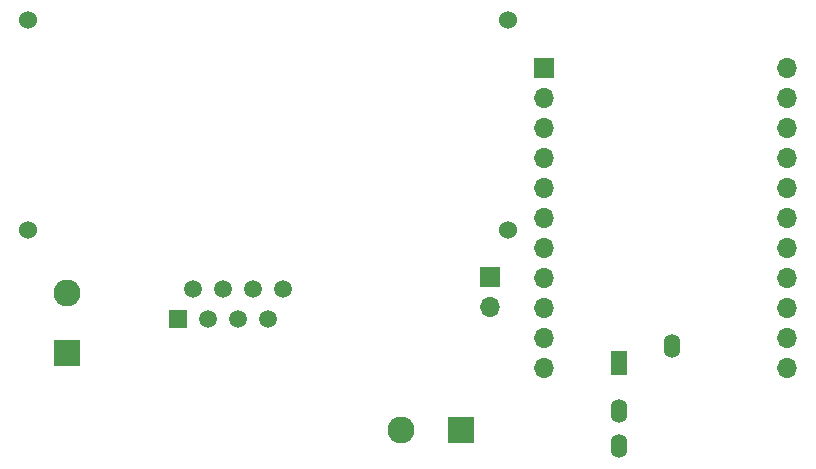
<source format=gbr>
G04 #@! TF.GenerationSoftware,KiCad,Pcbnew,(5.1.2)-2*
G04 #@! TF.CreationDate,2020-01-12T12:09:12-06:00*
G04 #@! TF.ProjectId,SimpleBuildSounds,53696d70-6c65-4427-9569-6c64536f756e,rev?*
G04 #@! TF.SameCoordinates,Original*
G04 #@! TF.FileFunction,Copper,L2,Bot*
G04 #@! TF.FilePolarity,Positive*
%FSLAX46Y46*%
G04 Gerber Fmt 4.6, Leading zero omitted, Abs format (unit mm)*
G04 Created by KiCad (PCBNEW (5.1.2)-2) date 2020-01-12 12:09:12*
%MOMM*%
%LPD*%
G04 APERTURE LIST*
%ADD10O,1.400000X2.000000*%
%ADD11R,1.400000X2.000000*%
%ADD12R,1.700000X1.700000*%
%ADD13O,1.700000X1.700000*%
%ADD14R,2.286000X2.286000*%
%ADD15C,2.286000*%
%ADD16R,1.500000X1.500000*%
%ADD17C,1.500000*%
%ADD18C,1.524000*%
G04 APERTURE END LIST*
D10*
X185111000Y-90883500D03*
X185111000Y-87883500D03*
D11*
X185111000Y-83883500D03*
D10*
X189611000Y-82383500D03*
D12*
X178816000Y-58864500D03*
D13*
X199316000Y-58864500D03*
X178816000Y-61404500D03*
X199316000Y-61404500D03*
X178816000Y-63944500D03*
X199316000Y-63944500D03*
X178816000Y-66484500D03*
X199316000Y-66484500D03*
X178816000Y-69024500D03*
X199316000Y-69024500D03*
X178816000Y-71564500D03*
X199316000Y-71564500D03*
X178816000Y-74104500D03*
X199316000Y-74104500D03*
X178816000Y-76644500D03*
X199316000Y-76644500D03*
X178816000Y-79184500D03*
X199316000Y-79184500D03*
X178816000Y-81724500D03*
X199316000Y-81724500D03*
X178816000Y-84264500D03*
X199316000Y-84264500D03*
D14*
X138430000Y-82994500D03*
D15*
X138430000Y-77914500D03*
D16*
X147764500Y-80137000D03*
D17*
X149034500Y-77597000D03*
X150304500Y-80137000D03*
X151574500Y-77597000D03*
X152844500Y-80137000D03*
X154114500Y-77597000D03*
X155384500Y-80137000D03*
X156654500Y-77597000D03*
D12*
X174190001Y-76603001D03*
D13*
X174190001Y-79143001D03*
D15*
X166687500Y-89535000D03*
D14*
X171767500Y-89535000D03*
D18*
X175768000Y-72580500D03*
X175768000Y-54800500D03*
X135128000Y-72580500D03*
X135128000Y-54800500D03*
M02*

</source>
